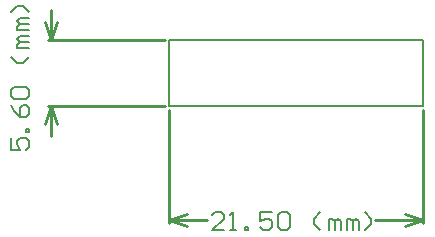
<source format=gko>
%FSLAX42Y42*%
%MOMM*%
G71*
G01*
G75*
G04 Layer_Color=16711935*
%ADD10C,0.11*%
%ADD11C,0.17*%
%ADD12C,0.14*%
%ADD13C,0.20*%
%ADD14R,1.00X0.82*%
%ADD15R,0.60X0.40*%
%ADD16R,1.70X1.00*%
%ADD17R,0.25X0.50*%
%ADD18R,0.50X0.25*%
%ADD19R,1.50X1.50*%
%ADD20R,0.40X0.40*%
%ADD21R,1.80X4.00*%
%ADD22R,0.70X0.28*%
%ADD23R,0.70X0.40*%
%ADD24C,0.25*%
%ADD25C,0.15*%
%ADD26C,0.35*%
%ADD27R,1.00X1.00*%
%ADD28C,0.25*%
%ADD29C,0.10*%
%ADD30C,0.15*%
%ADD31R,1.04X0.86*%
%ADD32R,0.64X0.44*%
%ADD33R,1.74X1.04*%
%ADD34R,0.29X0.54*%
%ADD35R,0.54X0.29*%
%ADD36R,1.54X1.54*%
%ADD37R,0.44X0.44*%
%ADD38R,1.84X4.04*%
%ADD39R,0.74X0.32*%
%ADD40R,0.74X0.44*%
%ADD41R,1.04X1.04*%
D24*
X4039Y8455D02*
X5032D01*
X4039Y7895D02*
X5032D01*
X4064Y7641D02*
Y7895D01*
Y8455D02*
Y8709D01*
X4013Y7743D02*
X4064Y7895D01*
X4115Y7743D01*
X4064Y8455D02*
X4115Y8607D01*
X4013D02*
X4064Y8455D01*
X7215Y6909D02*
Y7862D01*
X5065Y6909D02*
Y7862D01*
X6813Y6934D02*
X7215D01*
X5065D02*
X5386D01*
X7063Y6985D02*
X7215Y6934D01*
X7063Y6883D02*
X7215Y6934D01*
X5065D02*
X5217Y6883D01*
X5065Y6934D02*
X5217Y6985D01*
D25*
X3729Y7627D02*
Y7525D01*
X3805D01*
X3780Y7576D01*
Y7601D01*
X3805Y7627D01*
X3856D01*
X3881Y7601D01*
Y7550D01*
X3856Y7525D01*
X3881Y7677D02*
X3856D01*
Y7703D01*
X3881D01*
Y7677D01*
X3729Y7906D02*
X3754Y7855D01*
X3805Y7804D01*
X3856D01*
X3881Y7830D01*
Y7880D01*
X3856Y7906D01*
X3830D01*
X3805Y7880D01*
Y7804D01*
X3754Y7957D02*
X3729Y7982D01*
Y8033D01*
X3754Y8058D01*
X3856D01*
X3881Y8033D01*
Y7982D01*
X3856Y7957D01*
X3754D01*
X3881Y8312D02*
X3830Y8261D01*
X3780D01*
X3729Y8312D01*
X3881Y8388D02*
X3780D01*
Y8414D01*
X3805Y8439D01*
X3881D01*
X3805D01*
X3780Y8464D01*
X3805Y8490D01*
X3881D01*
Y8541D02*
X3780D01*
Y8566D01*
X3805Y8591D01*
X3881D01*
X3805D01*
X3780Y8617D01*
X3805Y8642D01*
X3881D01*
Y8693D02*
X3830Y8744D01*
X3780D01*
X3729Y8693D01*
X5528Y6843D02*
X5426D01*
X5528Y6944D01*
Y6970D01*
X5503Y6995D01*
X5452D01*
X5426Y6970D01*
X5579Y6843D02*
X5630D01*
X5604D01*
Y6995D01*
X5579Y6970D01*
X5706Y6843D02*
Y6868D01*
X5731D01*
Y6843D01*
X5706D01*
X5934Y6995D02*
X5833D01*
Y6919D01*
X5884Y6944D01*
X5909D01*
X5934Y6919D01*
Y6868D01*
X5909Y6843D01*
X5858D01*
X5833Y6868D01*
X5985Y6970D02*
X6010Y6995D01*
X6061D01*
X6087Y6970D01*
Y6868D01*
X6061Y6843D01*
X6010D01*
X5985Y6868D01*
Y6970D01*
X6341Y6843D02*
X6290Y6894D01*
Y6944D01*
X6341Y6995D01*
X6417Y6843D02*
Y6944D01*
X6442D01*
X6468Y6919D01*
Y6843D01*
Y6919D01*
X6493Y6944D01*
X6518Y6919D01*
Y6843D01*
X6569D02*
Y6944D01*
X6594D01*
X6620Y6919D01*
Y6843D01*
Y6919D01*
X6645Y6944D01*
X6671Y6919D01*
Y6843D01*
X6721D02*
X6772Y6894D01*
Y6944D01*
X6721Y6995D01*
D30*
X5065Y7895D02*
X7215D01*
Y8455D01*
X5065D02*
X7215D01*
X5065Y7895D02*
Y8455D01*
M02*

</source>
